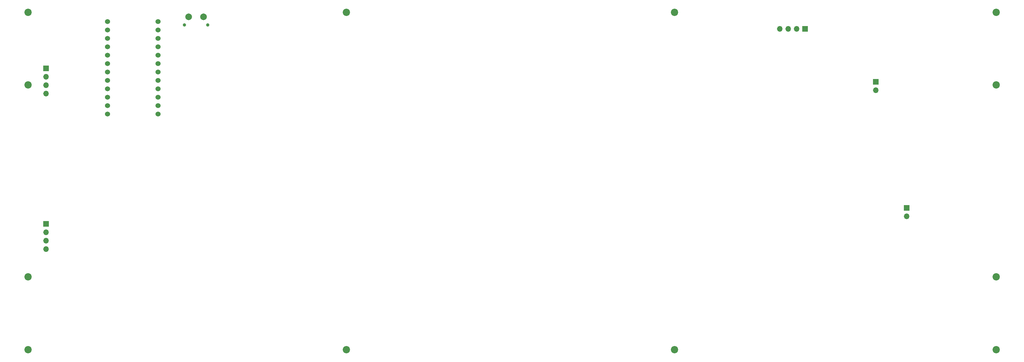
<source format=gbr>
G04 #@! TF.GenerationSoftware,KiCad,Pcbnew,(6.0.11)*
G04 #@! TF.CreationDate,2024-11-25T11:34:44+09:00*
G04 #@! TF.ProjectId,Flame60_PCB_Layer2,466c616d-6536-4305-9f50-43425f4c6179,rev?*
G04 #@! TF.SameCoordinates,Original*
G04 #@! TF.FileFunction,Soldermask,Bot*
G04 #@! TF.FilePolarity,Negative*
%FSLAX46Y46*%
G04 Gerber Fmt 4.6, Leading zero omitted, Abs format (unit mm)*
G04 Created by KiCad (PCBNEW (6.0.11)) date 2024-11-25 11:34:44*
%MOMM*%
%LPD*%
G01*
G04 APERTURE LIST*
%ADD10C,1.000000*%
%ADD11C,2.000000*%
%ADD12C,2.200000*%
%ADD13R,1.700000X1.700000*%
%ADD14O,1.700000X1.700000*%
%ADD15C,1.524000*%
G04 APERTURE END LIST*
D10*
X113181250Y-64860000D03*
X120181250Y-64860000D03*
D11*
X118931250Y-62360000D03*
X114431250Y-62360000D03*
D12*
X358000000Y-61000000D03*
X358000000Y-141000000D03*
X162000000Y-163000000D03*
X261000000Y-163000000D03*
D13*
X71400000Y-125000000D03*
D14*
X71400000Y-127540000D03*
X71400000Y-130080000D03*
X71400000Y-132620000D03*
D12*
X66000000Y-61000000D03*
X358000000Y-163000000D03*
X66000000Y-83000000D03*
D13*
X300355000Y-66043750D03*
D14*
X297815000Y-66043750D03*
X295275000Y-66043750D03*
X292735000Y-66043750D03*
D13*
X71400000Y-78000000D03*
D14*
X71400000Y-80540000D03*
X71400000Y-83080000D03*
X71400000Y-85620000D03*
D15*
X90011250Y-63815001D03*
X90011250Y-66355001D03*
X90011250Y-68895001D03*
X90011250Y-71435001D03*
X90011250Y-73975001D03*
X90011250Y-76515001D03*
X90011250Y-79055001D03*
X90011250Y-81595001D03*
X90011250Y-84135001D03*
X90011250Y-86675001D03*
X90011250Y-89215001D03*
X90011250Y-91755001D03*
X105251250Y-91755001D03*
X105251250Y-89215001D03*
X105251250Y-86675001D03*
X105251250Y-84135001D03*
X105251250Y-81595001D03*
X105251250Y-79055001D03*
X105251250Y-76515001D03*
X105251250Y-73975001D03*
X105251250Y-71435001D03*
X105251250Y-68895001D03*
X105251250Y-66355001D03*
X105251250Y-63815001D03*
D13*
X321700000Y-82000000D03*
D14*
X321700000Y-84540000D03*
D12*
X66000000Y-163000000D03*
X358000000Y-83000000D03*
D13*
X330993750Y-120113750D03*
D14*
X330993750Y-122653750D03*
D12*
X66000000Y-141000000D03*
X162000000Y-61000000D03*
X261000000Y-61000000D03*
M02*

</source>
